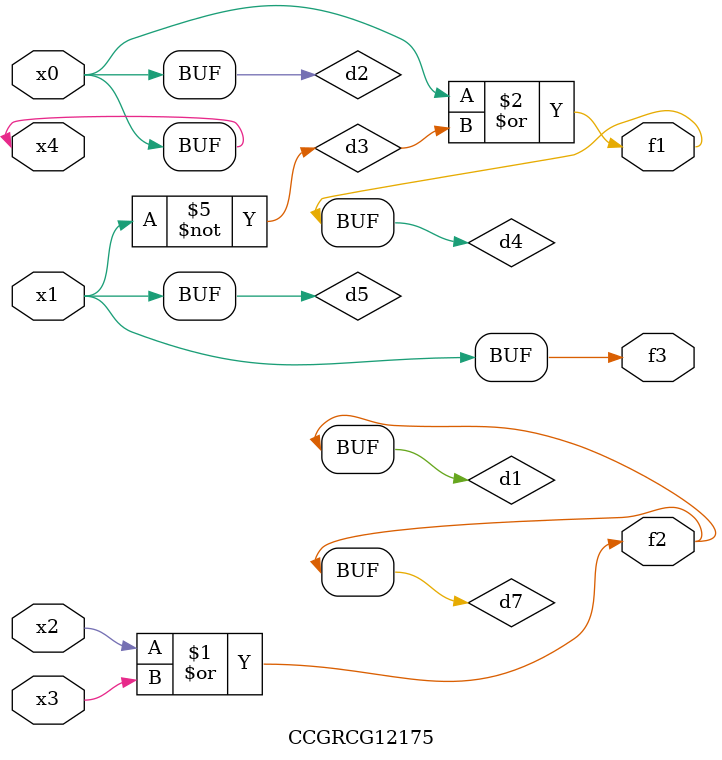
<source format=v>
module CCGRCG12175(
	input x0, x1, x2, x3, x4,
	output f1, f2, f3
);

	wire d1, d2, d3, d4, d5, d6, d7;

	or (d1, x2, x3);
	buf (d2, x0, x4);
	not (d3, x1);
	or (d4, d2, d3);
	not (d5, d3);
	nand (d6, d1, d3);
	or (d7, d1);
	assign f1 = d4;
	assign f2 = d7;
	assign f3 = d5;
endmodule

</source>
